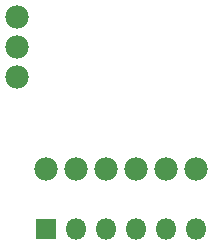
<source format=gbr>
%TF.GenerationSoftware,KiCad,Pcbnew,5.1.6+dfsg1-1*%
%TF.CreationDate,2020-09-13T10:33:18+10:00*%
%TF.ProjectId,thermistor-to-digispark,74686572-6d69-4737-946f-722d61646170,rev?*%
%TF.SameCoordinates,Original*%
%TF.FileFunction,Soldermask,Bot*%
%TF.FilePolarity,Negative*%
%FSLAX46Y46*%
G04 Gerber Fmt 4.6, Leading zero omitted, Abs format (unit mm)*
G04 Created by KiCad (PCBNEW 5.1.6+dfsg1-1) date 2020-09-13 10:33:18*
%MOMM*%
%LPD*%
G01*
G04 APERTURE LIST*
%ADD10O,1.800000X1.800000*%
%ADD11R,1.800000X1.800000*%
%ADD12C,1.979600*%
G04 APERTURE END LIST*
D10*
%TO.C,J1*%
X140970000Y-110490000D03*
X138430000Y-110490000D03*
X135890000Y-110490000D03*
X133350000Y-110490000D03*
X130810000Y-110490000D03*
D11*
X128270000Y-110490000D03*
%TD*%
D12*
%TO.C,U2*%
X125770000Y-92580000D03*
X125770000Y-95120000D03*
X125770000Y-97660000D03*
X140970000Y-105410000D03*
X138430000Y-105410000D03*
X135890000Y-105410000D03*
X133350000Y-105410000D03*
X130810000Y-105410000D03*
X128270000Y-105410000D03*
%TD*%
M02*

</source>
